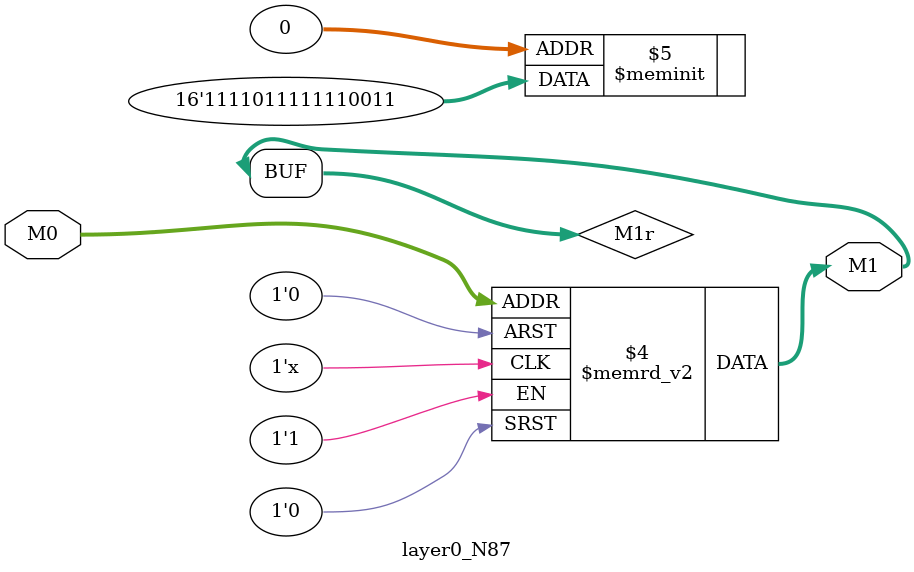
<source format=v>
module layer0_N87 ( input [2:0] M0, output [1:0] M1 );

	(*rom_style = "distributed" *) reg [1:0] M1r;
	assign M1 = M1r;
	always @ (M0) begin
		case (M0)
			3'b000: M1r = 2'b11;
			3'b100: M1r = 2'b11;
			3'b010: M1r = 2'b11;
			3'b110: M1r = 2'b11;
			3'b001: M1r = 2'b00;
			3'b101: M1r = 2'b01;
			3'b011: M1r = 2'b11;
			3'b111: M1r = 2'b11;

		endcase
	end
endmodule

</source>
